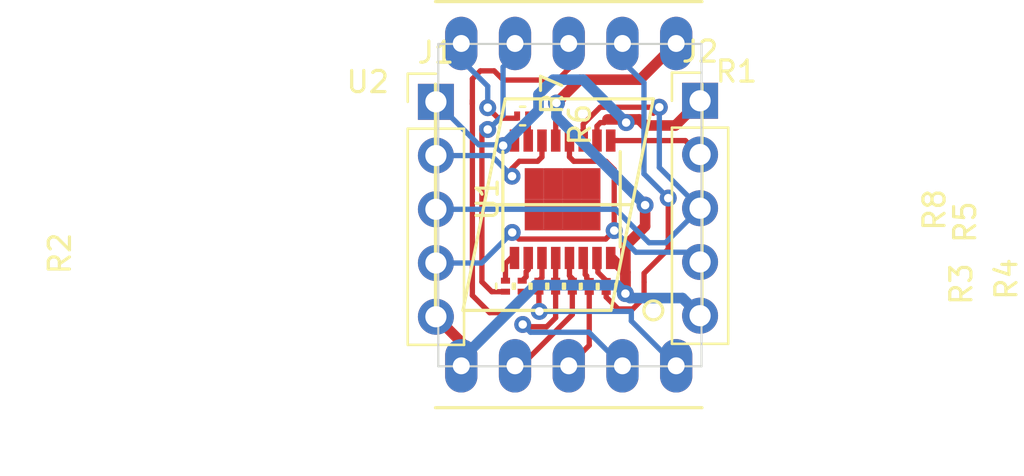
<source format=kicad_pcb>
(kicad_pcb (version 20171130) (host pcbnew "(5.1.7)-1")

  (general
    (thickness 1.6)
    (drawings 4)
    (tracks 176)
    (zones 0)
    (modules 12)
    (nets 23)
  )

  (page A4)
  (layers
    (0 F.Cu signal)
    (31 B.Cu signal)
    (32 B.Adhes user)
    (33 F.Adhes user)
    (34 B.Paste user)
    (35 F.Paste user)
    (36 B.SilkS user)
    (37 F.SilkS user)
    (38 B.Mask user)
    (39 F.Mask user)
    (40 Dwgs.User user)
    (41 Cmts.User user)
    (42 Eco1.User user)
    (43 Eco2.User user)
    (44 Edge.Cuts user)
    (45 Margin user)
    (46 B.CrtYd user)
    (47 F.CrtYd user)
    (48 B.Fab user)
    (49 F.Fab user)
  )

  (setup
    (last_trace_width 0.5)
    (user_trace_width 0.5)
    (trace_clearance 0.2)
    (zone_clearance 0.508)
    (zone_45_only no)
    (trace_min 0.2)
    (via_size 0.8)
    (via_drill 0.4)
    (via_min_size 0.4)
    (via_min_drill 0.3)
    (uvia_size 0.3)
    (uvia_drill 0.1)
    (uvias_allowed no)
    (uvia_min_size 0.2)
    (uvia_min_drill 0.1)
    (edge_width 0.05)
    (segment_width 0.2)
    (pcb_text_width 0.3)
    (pcb_text_size 1.5 1.5)
    (mod_edge_width 0.12)
    (mod_text_size 1 1)
    (mod_text_width 0.15)
    (pad_size 1.524 1.524)
    (pad_drill 0.762)
    (pad_to_mask_clearance 0)
    (aux_axis_origin 0 0)
    (visible_elements 7FFFFFFF)
    (pcbplotparams
      (layerselection 0x010fc_ffffffff)
      (usegerberextensions false)
      (usegerberattributes true)
      (usegerberadvancedattributes true)
      (creategerberjobfile true)
      (excludeedgelayer true)
      (linewidth 0.100000)
      (plotframeref false)
      (viasonmask false)
      (mode 1)
      (useauxorigin false)
      (hpglpennumber 1)
      (hpglpenspeed 20)
      (hpglpendiameter 15.000000)
      (psnegative false)
      (psa4output false)
      (plotreference true)
      (plotvalue true)
      (plotinvisibletext false)
      (padsonsilk false)
      (subtractmaskfromsilk false)
      (outputformat 1)
      (mirror false)
      (drillshape 1)
      (scaleselection 1)
      (outputdirectory ""))
  )

  (net 0 "")
  (net 1 GND)
  (net 2 "Net-(J1-Pad4)")
  (net 3 "Net-(J1-Pad3)")
  (net 4 "Net-(J1-Pad2)")
  (net 5 VCC)
  (net 6 "Net-(J2-Pad2)")
  (net 7 "Net-(R1-Pad1)")
  (net 8 "Net-(R1-Pad2)")
  (net 9 "Net-(R2-Pad1)")
  (net 10 "Net-(R2-Pad2)")
  (net 11 "Net-(R3-Pad1)")
  (net 12 "Net-(R3-Pad2)")
  (net 13 "Net-(R4-Pad1)")
  (net 14 "Net-(R4-Pad2)")
  (net 15 "Net-(R5-Pad1)")
  (net 16 "Net-(R5-Pad2)")
  (net 17 "Net-(R6-Pad1)")
  (net 18 "Net-(R6-Pad2)")
  (net 19 "Net-(R7-Pad1)")
  (net 20 "Net-(R7-Pad2)")
  (net 21 "Net-(R8-Pad1)")
  (net 22 "Net-(R8-Pad2)")

  (net_class Default "This is the default net class."
    (clearance 0.2)
    (trace_width 0.25)
    (via_dia 0.8)
    (via_drill 0.4)
    (uvia_dia 0.3)
    (uvia_drill 0.1)
    (add_net GND)
    (add_net "Net-(J1-Pad2)")
    (add_net "Net-(J1-Pad3)")
    (add_net "Net-(J1-Pad4)")
    (add_net "Net-(J2-Pad2)")
    (add_net "Net-(R1-Pad1)")
    (add_net "Net-(R1-Pad2)")
    (add_net "Net-(R2-Pad1)")
    (add_net "Net-(R2-Pad2)")
    (add_net "Net-(R3-Pad1)")
    (add_net "Net-(R3-Pad2)")
    (add_net "Net-(R4-Pad1)")
    (add_net "Net-(R4-Pad2)")
    (add_net "Net-(R5-Pad1)")
    (add_net "Net-(R5-Pad2)")
    (add_net "Net-(R6-Pad1)")
    (add_net "Net-(R6-Pad2)")
    (add_net "Net-(R7-Pad1)")
    (add_net "Net-(R7-Pad2)")
    (add_net "Net-(R8-Pad1)")
    (add_net "Net-(R8-Pad2)")
    (add_net VCC)
  )

  (module Displays_7-Segment:7SegmentLED_LTS6760_LTS6780 (layer F.Cu) (tedit 0) (tstamp 60160932)
    (at 97.1 55.35)
    (path /6016E979)
    (fp_text reference U2 (at -9.5 -5.8) (layer F.SilkS)
      (effects (font (size 1 1) (thickness 0.15)))
    )
    (fp_text value HDSP-7401 (at -0.4 12) (layer F.Fab)
      (effects (font (size 1 1) (thickness 0.15)))
    )
    (fp_line (start -6.3 -9.6) (end 6.3 -9.6) (layer F.SilkS) (width 0.15))
    (fp_line (start 6.3 -5.7) (end 6.3 5.7) (layer F.SilkS) (width 0.15))
    (fp_line (start -6.3 -5.7) (end -6.3 5.7) (layer F.SilkS) (width 0.15))
    (fp_line (start 6.3 9.6) (end -6.3 9.6) (layer F.SilkS) (width 0.15))
    (fp_line (start -3 -5) (end 4 -5) (layer F.SilkS) (width 0.15))
    (fp_line (start 3 0) (end -4 0) (layer F.SilkS) (width 0.15))
    (fp_line (start 4 -5) (end 3 0) (layer F.SilkS) (width 0.15))
    (fp_line (start 2 5) (end 3 0) (layer F.SilkS) (width 0.15))
    (fp_line (start -5 5) (end 2 5) (layer F.SilkS) (width 0.15))
    (fp_line (start -4 0) (end -5 5) (layer F.SilkS) (width 0.15))
    (fp_line (start -3 -5) (end -4 0) (layer F.SilkS) (width 0.15))
    (fp_circle (center 4 5) (end 4.4 5.2) (layer F.SilkS) (width 0.15))
    (pad 1 thru_hole oval (at -5.08 7.62) (size 1.524 2.524) (drill 0.8) (layers *.Cu *.Mask)
      (net 1 GND))
    (pad 2 thru_hole oval (at -2.54 7.62) (size 1.524 2.524) (drill 0.8) (layers *.Cu *.Mask)
      (net 17 "Net-(R6-Pad1)"))
    (pad 3 thru_hole oval (at 0 7.62) (size 1.524 2.524) (drill 0.8) (layers *.Cu *.Mask)
      (net 19 "Net-(R7-Pad1)"))
    (pad 4 thru_hole oval (at 2.54 7.62) (size 1.524 2.524) (drill 0.8) (layers *.Cu *.Mask)
      (net 15 "Net-(R5-Pad1)"))
    (pad 5 thru_hole oval (at 5.08 7.62) (size 1.524 2.524) (drill 0.8) (layers *.Cu *.Mask)
      (net 13 "Net-(R4-Pad1)"))
    (pad 6 thru_hole oval (at 5.08 -7.62) (size 1.524 2.524) (drill 0.8) (layers *.Cu *.Mask)
      (net 1 GND))
    (pad 7 thru_hole oval (at 2.54 -7.62) (size 1.524 2.524) (drill 0.8) (layers *.Cu *.Mask)
      (net 21 "Net-(R8-Pad1)"))
    (pad 8 thru_hole oval (at 0 -7.62) (size 1.524 2.524) (drill 0.8) (layers *.Cu *.Mask)
      (net 11 "Net-(R3-Pad1)"))
    (pad 9 thru_hole oval (at -2.54 -7.62) (size 1.524 2.524) (drill 0.8) (layers *.Cu *.Mask)
      (net 9 "Net-(R2-Pad1)"))
    (pad 10 thru_hole oval (at -5.08 -7.62) (size 1.524 2.524) (drill 0.8) (layers *.Cu *.Mask)
      (net 7 "Net-(R1-Pad1)"))
    (model Displays_7-Segment.3dshapes/7SegmentLED_LTS6760_LTS6780.wrl
      (at (xyz 0 0 0))
      (scale (xyz 0.3937 0.3937 0.3937))
      (rotate (xyz 0 0 0))
    )
  )

  (module Housings_SSOP:TSSOP-16-1EP_4.4x5mm_Pitch0.65mm (layer F.Cu) (tedit 54130A77) (tstamp 6016027D)
    (at 96.81 55.096 90)
    (descr "FE Package; 16-Lead Plastic TSSOP (4.4mm); Exposed Pad Variation BB; (see Linear Technology 1956f.pdf)")
    (tags "SSOP 0.65")
    (path /601492BF)
    (attr smd)
    (fp_text reference U1 (at 0 -3.55 90) (layer F.SilkS)
      (effects (font (size 1 1) (thickness 0.15)))
    )
    (fp_text value 74HC595 (at 0 3.55 90) (layer F.Fab)
      (effects (font (size 1 1) (thickness 0.15)))
    )
    (fp_line (start -3.375 -2.825) (end 2.25 -2.825) (layer F.SilkS) (width 0.15))
    (fp_line (start -2.25 2.725) (end 2.25 2.725) (layer F.SilkS) (width 0.15))
    (fp_line (start -3.5 2.8) (end 3.5 2.8) (layer F.CrtYd) (width 0.05))
    (fp_line (start -3.5 -2.9) (end 3.5 -2.9) (layer F.CrtYd) (width 0.05))
    (fp_line (start 3.5 -2.9) (end 3.5 2.8) (layer F.CrtYd) (width 0.05))
    (fp_line (start -3.5 -2.9) (end -3.5 2.8) (layer F.CrtYd) (width 0.05))
    (fp_line (start -2.2 -1.5) (end -1.2 -2.5) (layer F.Fab) (width 0.15))
    (fp_line (start -2.2 2.5) (end -2.2 -1.5) (layer F.Fab) (width 0.15))
    (fp_line (start 2.2 2.5) (end -2.2 2.5) (layer F.Fab) (width 0.15))
    (fp_line (start 2.2 -2.5) (end 2.2 2.5) (layer F.Fab) (width 0.15))
    (fp_line (start -1.2 -2.5) (end 2.2 -2.5) (layer F.Fab) (width 0.15))
    (fp_text user %R (at 0 0 90) (layer F.Fab)
      (effects (font (size 0.8 0.8) (thickness 0.15)))
    )
    (pad 1 smd rect (at -2.775 -2.275 90) (size 1.05 0.45) (layers F.Cu F.Paste F.Mask)
      (net 10 "Net-(R2-Pad2)"))
    (pad 2 smd rect (at -2.775 -1.625 90) (size 1.05 0.45) (layers F.Cu F.Paste F.Mask)
      (net 12 "Net-(R3-Pad2)"))
    (pad 3 smd rect (at -2.775 -0.975 90) (size 1.05 0.45) (layers F.Cu F.Paste F.Mask)
      (net 14 "Net-(R4-Pad2)"))
    (pad 4 smd rect (at -2.775 -0.325 90) (size 1.05 0.45) (layers F.Cu F.Paste F.Mask)
      (net 16 "Net-(R5-Pad2)"))
    (pad 5 smd rect (at -2.775 0.325 90) (size 1.05 0.45) (layers F.Cu F.Paste F.Mask)
      (net 18 "Net-(R6-Pad2)"))
    (pad 6 smd rect (at -2.775 0.975 90) (size 1.05 0.45) (layers F.Cu F.Paste F.Mask)
      (net 20 "Net-(R7-Pad2)"))
    (pad 7 smd rect (at -2.775 1.625 90) (size 1.05 0.45) (layers F.Cu F.Paste F.Mask)
      (net 22 "Net-(R8-Pad2)"))
    (pad 8 smd rect (at -2.775 2.275 90) (size 1.05 0.45) (layers F.Cu F.Paste F.Mask)
      (net 1 GND))
    (pad 9 smd rect (at 2.775 2.275 90) (size 1.05 0.45) (layers F.Cu F.Paste F.Mask)
      (net 6 "Net-(J2-Pad2)"))
    (pad 10 smd rect (at 2.775 1.625 90) (size 1.05 0.45) (layers F.Cu F.Paste F.Mask)
      (net 5 VCC))
    (pad 11 smd rect (at 2.775 0.975 90) (size 1.05 0.45) (layers F.Cu F.Paste F.Mask)
      (net 3 "Net-(J1-Pad3)"))
    (pad 12 smd rect (at 2.775 0.325 90) (size 1.05 0.45) (layers F.Cu F.Paste F.Mask)
      (net 2 "Net-(J1-Pad4)"))
    (pad 13 smd rect (at 2.775 -0.325 90) (size 1.05 0.45) (layers F.Cu F.Paste F.Mask)
      (net 1 GND))
    (pad 14 smd rect (at 2.775 -0.975 90) (size 1.05 0.45) (layers F.Cu F.Paste F.Mask)
      (net 4 "Net-(J1-Pad2)"))
    (pad 15 smd rect (at 2.775 -1.625 90) (size 1.05 0.45) (layers F.Cu F.Paste F.Mask)
      (net 8 "Net-(R1-Pad2)"))
    (pad 16 smd rect (at 2.775 -2.275 90) (size 1.05 0.45) (layers F.Cu F.Paste F.Mask)
      (net 5 VCC))
    (pad 17 smd rect (at 0.735 1.3425 90) (size 1.47 0.895) (layers F.Cu F.Paste F.Mask)
      (solder_paste_margin_ratio -0.2))
    (pad 17 smd rect (at 0.735 0.4475 90) (size 1.47 0.895) (layers F.Cu F.Paste F.Mask)
      (solder_paste_margin_ratio -0.2))
    (pad 17 smd rect (at 0.735 -0.4475 90) (size 1.47 0.895) (layers F.Cu F.Paste F.Mask)
      (solder_paste_margin_ratio -0.2))
    (pad 17 smd rect (at 0.735 -1.3425 90) (size 1.47 0.895) (layers F.Cu F.Paste F.Mask)
      (solder_paste_margin_ratio -0.2))
    (pad 17 smd rect (at -0.735 1.3425 90) (size 1.47 0.895) (layers F.Cu F.Paste F.Mask)
      (solder_paste_margin_ratio -0.2))
    (pad 17 smd rect (at -0.735 0.4475 90) (size 1.47 0.895) (layers F.Cu F.Paste F.Mask)
      (solder_paste_margin_ratio -0.2))
    (pad 17 smd rect (at -0.735 -0.4475 90) (size 1.47 0.895) (layers F.Cu F.Paste F.Mask)
      (solder_paste_margin_ratio -0.2))
    (pad 17 smd rect (at -0.735 -1.3425 90) (size 1.47 0.895) (layers F.Cu F.Paste F.Mask)
      (solder_paste_margin_ratio -0.2))
    (model ${KISYS3DMOD}/Housings_SSOP.3dshapes/TSSOP-16-1EP_4.4x5mm_Pitch0.65mm.wrl
      (at (xyz 0 0 0))
      (scale (xyz 1 1 1))
      (rotate (xyz 0 0 0))
    )
  )

  (module Resistors_SMD:R_0201 (layer F.Cu) (tedit 58E0A804) (tstamp 6016027A)
    (at 98.87 59.216 90)
    (descr "Resistor SMD 0201, reflow soldering, Vishay (see crcw0201e3.pdf)")
    (tags "resistor 0201")
    (path /60152D78)
    (attr smd)
    (fp_text reference R8 (at 3.62 15.52 90) (layer F.SilkS)
      (effects (font (size 1 1) (thickness 0.15)))
    )
    (fp_text value R (at 3.8 17.55 90) (layer F.Fab)
      (effects (font (size 1 1) (thickness 0.15)))
    )
    (fp_line (start 0.55 0.36) (end -0.55 0.36) (layer F.CrtYd) (width 0.05))
    (fp_line (start 0.55 0.36) (end 0.55 -0.37) (layer F.CrtYd) (width 0.05))
    (fp_line (start -0.55 -0.37) (end -0.55 0.36) (layer F.CrtYd) (width 0.05))
    (fp_line (start -0.55 -0.37) (end 0.55 -0.37) (layer F.CrtYd) (width 0.05))
    (fp_line (start -0.12 0.44) (end 0.12 0.44) (layer F.SilkS) (width 0.12))
    (fp_line (start 0.12 -0.44) (end -0.12 -0.44) (layer F.SilkS) (width 0.12))
    (fp_line (start -0.3 -0.15) (end 0.3 -0.15) (layer F.Fab) (width 0.1))
    (fp_line (start 0.3 -0.15) (end 0.3 0.15) (layer F.Fab) (width 0.1))
    (fp_line (start 0.3 0.15) (end -0.3 0.15) (layer F.Fab) (width 0.1))
    (fp_line (start -0.3 0.15) (end -0.3 -0.15) (layer F.Fab) (width 0.1))
    (pad 1 smd rect (at -0.26 0 90) (size 0.28 0.43) (layers F.Cu F.Paste F.Mask)
      (net 21 "Net-(R8-Pad1)"))
    (pad 2 smd rect (at 0.26 0 90) (size 0.28 0.43) (layers F.Cu F.Paste F.Mask)
      (net 22 "Net-(R8-Pad2)"))
    (model ${KISYS3DMOD}/Resistors_SMD.3dshapes/R_0201.wrl
      (at (xyz 0 0 0))
      (scale (xyz 1 1 1))
      (rotate (xyz 0 0 0))
    )
  )

  (module Resistors_SMD:R_0201 (layer F.Cu) (tedit 58E0A804) (tstamp 60160277)
    (at 98.07 59.216 90)
    (descr "Resistor SMD 0201, reflow soldering, Vishay (see crcw0201e3.pdf)")
    (tags "resistor 0201")
    (path /60152C36)
    (attr smd)
    (fp_text reference R7 (at 9.1 -1.76 90) (layer F.SilkS)
      (effects (font (size 1 1) (thickness 0.15)))
    )
    (fp_text value R (at 9.37 0.13 90) (layer F.Fab)
      (effects (font (size 1 1) (thickness 0.15)))
    )
    (fp_line (start 0.55 0.36) (end -0.55 0.36) (layer F.CrtYd) (width 0.05))
    (fp_line (start 0.55 0.36) (end 0.55 -0.37) (layer F.CrtYd) (width 0.05))
    (fp_line (start -0.55 -0.37) (end -0.55 0.36) (layer F.CrtYd) (width 0.05))
    (fp_line (start -0.55 -0.37) (end 0.55 -0.37) (layer F.CrtYd) (width 0.05))
    (fp_line (start -0.12 0.44) (end 0.12 0.44) (layer F.SilkS) (width 0.12))
    (fp_line (start 0.12 -0.44) (end -0.12 -0.44) (layer F.SilkS) (width 0.12))
    (fp_line (start -0.3 -0.15) (end 0.3 -0.15) (layer F.Fab) (width 0.1))
    (fp_line (start 0.3 -0.15) (end 0.3 0.15) (layer F.Fab) (width 0.1))
    (fp_line (start 0.3 0.15) (end -0.3 0.15) (layer F.Fab) (width 0.1))
    (fp_line (start -0.3 0.15) (end -0.3 -0.15) (layer F.Fab) (width 0.1))
    (pad 1 smd rect (at -0.26 0 90) (size 0.28 0.43) (layers F.Cu F.Paste F.Mask)
      (net 19 "Net-(R7-Pad1)"))
    (pad 2 smd rect (at 0.26 0 90) (size 0.28 0.43) (layers F.Cu F.Paste F.Mask)
      (net 20 "Net-(R7-Pad2)"))
    (model ${KISYS3DMOD}/Resistors_SMD.3dshapes/R_0201.wrl
      (at (xyz 0 0 0))
      (scale (xyz 1 1 1))
      (rotate (xyz 0 0 0))
    )
  )

  (module Resistors_SMD:R_0201 (layer F.Cu) (tedit 58E0A804) (tstamp 60160274)
    (at 97.27 59.206 90)
    (descr "Resistor SMD 0201, reflow soldering, Vishay (see crcw0201e3.pdf)")
    (tags "resistor 0201")
    (path /60152925)
    (attr smd)
    (fp_text reference R6 (at 7.64 0.355 90) (layer F.SilkS)
      (effects (font (size 1 1) (thickness 0.15)))
    )
    (fp_text value R (at 5.57 4.405 90) (layer F.Fab)
      (effects (font (size 1 1) (thickness 0.15)))
    )
    (fp_line (start 0.55 0.36) (end -0.55 0.36) (layer F.CrtYd) (width 0.05))
    (fp_line (start 0.55 0.36) (end 0.55 -0.37) (layer F.CrtYd) (width 0.05))
    (fp_line (start -0.55 -0.37) (end -0.55 0.36) (layer F.CrtYd) (width 0.05))
    (fp_line (start -0.55 -0.37) (end 0.55 -0.37) (layer F.CrtYd) (width 0.05))
    (fp_line (start -0.12 0.44) (end 0.12 0.44) (layer F.SilkS) (width 0.12))
    (fp_line (start 0.12 -0.44) (end -0.12 -0.44) (layer F.SilkS) (width 0.12))
    (fp_line (start -0.3 -0.15) (end 0.3 -0.15) (layer F.Fab) (width 0.1))
    (fp_line (start 0.3 -0.15) (end 0.3 0.15) (layer F.Fab) (width 0.1))
    (fp_line (start 0.3 0.15) (end -0.3 0.15) (layer F.Fab) (width 0.1))
    (fp_line (start -0.3 0.15) (end -0.3 -0.15) (layer F.Fab) (width 0.1))
    (pad 1 smd rect (at -0.26 0 90) (size 0.28 0.43) (layers F.Cu F.Paste F.Mask)
      (net 17 "Net-(R6-Pad1)"))
    (pad 2 smd rect (at 0.26 0 90) (size 0.28 0.43) (layers F.Cu F.Paste F.Mask)
      (net 18 "Net-(R6-Pad2)"))
    (model ${KISYS3DMOD}/Resistors_SMD.3dshapes/R_0201.wrl
      (at (xyz 0 0 0))
      (scale (xyz 1 1 1))
      (rotate (xyz 0 0 0))
    )
  )

  (module Resistors_SMD:R_0201 (layer F.Cu) (tedit 58E0A804) (tstamp 60160271)
    (at 96.48 59.206 90)
    (descr "Resistor SMD 0201, reflow soldering, Vishay (see crcw0201e3.pdf)")
    (tags "resistor 0201")
    (path /6015278F)
    (attr smd)
    (fp_text reference R5 (at 3.03 19.36 90) (layer F.SilkS)
      (effects (font (size 1 1) (thickness 0.15)))
    )
    (fp_text value R (at 1.33 16.9 90) (layer F.Fab)
      (effects (font (size 1 1) (thickness 0.15)))
    )
    (fp_line (start 0.55 0.36) (end -0.55 0.36) (layer F.CrtYd) (width 0.05))
    (fp_line (start 0.55 0.36) (end 0.55 -0.37) (layer F.CrtYd) (width 0.05))
    (fp_line (start -0.55 -0.37) (end -0.55 0.36) (layer F.CrtYd) (width 0.05))
    (fp_line (start -0.55 -0.37) (end 0.55 -0.37) (layer F.CrtYd) (width 0.05))
    (fp_line (start -0.12 0.44) (end 0.12 0.44) (layer F.SilkS) (width 0.12))
    (fp_line (start 0.12 -0.44) (end -0.12 -0.44) (layer F.SilkS) (width 0.12))
    (fp_line (start -0.3 -0.15) (end 0.3 -0.15) (layer F.Fab) (width 0.1))
    (fp_line (start 0.3 -0.15) (end 0.3 0.15) (layer F.Fab) (width 0.1))
    (fp_line (start 0.3 0.15) (end -0.3 0.15) (layer F.Fab) (width 0.1))
    (fp_line (start -0.3 0.15) (end -0.3 -0.15) (layer F.Fab) (width 0.1))
    (pad 1 smd rect (at -0.26 0 90) (size 0.28 0.43) (layers F.Cu F.Paste F.Mask)
      (net 15 "Net-(R5-Pad1)"))
    (pad 2 smd rect (at 0.26 0 90) (size 0.28 0.43) (layers F.Cu F.Paste F.Mask)
      (net 16 "Net-(R5-Pad2)"))
    (model ${KISYS3DMOD}/Resistors_SMD.3dshapes/R_0201.wrl
      (at (xyz 0 0 0))
      (scale (xyz 1 1 1))
      (rotate (xyz 0 0 0))
    )
  )

  (module Resistors_SMD:R_0201 (layer F.Cu) (tedit 58E0A804) (tstamp 6016026E)
    (at 95.69 59.206 90)
    (descr "Resistor SMD 0201, reflow soldering, Vishay (see crcw0201e3.pdf)")
    (tags "resistor 0201")
    (path /60152432)
    (attr smd)
    (fp_text reference R4 (at 0.34 22.1 90) (layer F.SilkS)
      (effects (font (size 1 1) (thickness 0.15)))
    )
    (fp_text value R (at 2.59 19 90) (layer F.Fab)
      (effects (font (size 1 1) (thickness 0.15)))
    )
    (fp_line (start 0.55 0.36) (end -0.55 0.36) (layer F.CrtYd) (width 0.05))
    (fp_line (start 0.55 0.36) (end 0.55 -0.37) (layer F.CrtYd) (width 0.05))
    (fp_line (start -0.55 -0.37) (end -0.55 0.36) (layer F.CrtYd) (width 0.05))
    (fp_line (start -0.55 -0.37) (end 0.55 -0.37) (layer F.CrtYd) (width 0.05))
    (fp_line (start -0.12 0.44) (end 0.12 0.44) (layer F.SilkS) (width 0.12))
    (fp_line (start 0.12 -0.44) (end -0.12 -0.44) (layer F.SilkS) (width 0.12))
    (fp_line (start -0.3 -0.15) (end 0.3 -0.15) (layer F.Fab) (width 0.1))
    (fp_line (start 0.3 -0.15) (end 0.3 0.15) (layer F.Fab) (width 0.1))
    (fp_line (start 0.3 0.15) (end -0.3 0.15) (layer F.Fab) (width 0.1))
    (fp_line (start -0.3 0.15) (end -0.3 -0.15) (layer F.Fab) (width 0.1))
    (fp_text user %R (at -6.2 17.73 90) (layer F.Fab)
      (effects (font (size 1 1) (thickness 0.15)))
    )
    (pad 1 smd rect (at -0.26 0 90) (size 0.28 0.43) (layers F.Cu F.Paste F.Mask)
      (net 13 "Net-(R4-Pad1)"))
    (pad 2 smd rect (at 0.26 0 90) (size 0.28 0.43) (layers F.Cu F.Paste F.Mask)
      (net 14 "Net-(R4-Pad2)"))
    (model ${KISYS3DMOD}/Resistors_SMD.3dshapes/R_0201.wrl
      (at (xyz 0 0 0))
      (scale (xyz 1 1 1))
      (rotate (xyz 0 0 0))
    )
  )

  (module Resistors_SMD:R_0201 (layer F.Cu) (tedit 58E0A804) (tstamp 6016026B)
    (at 94.9 59.206 90)
    (descr "Resistor SMD 0201, reflow soldering, Vishay (see crcw0201e3.pdf)")
    (tags "resistor 0201")
    (path /601522AC)
    (attr smd)
    (fp_text reference R3 (at 0.1 20.76 90) (layer F.SilkS)
      (effects (font (size 1 1) (thickness 0.15)))
    )
    (fp_text value R (at 1.95 22.52 90) (layer F.Fab)
      (effects (font (size 1 1) (thickness 0.15)))
    )
    (fp_line (start 0.55 0.36) (end -0.55 0.36) (layer F.CrtYd) (width 0.05))
    (fp_line (start 0.55 0.36) (end 0.55 -0.37) (layer F.CrtYd) (width 0.05))
    (fp_line (start -0.55 -0.37) (end -0.55 0.36) (layer F.CrtYd) (width 0.05))
    (fp_line (start -0.55 -0.37) (end 0.55 -0.37) (layer F.CrtYd) (width 0.05))
    (fp_line (start -0.12 0.44) (end 0.12 0.44) (layer F.SilkS) (width 0.12))
    (fp_line (start 0.12 -0.44) (end -0.12 -0.44) (layer F.SilkS) (width 0.12))
    (fp_line (start -0.3 -0.15) (end 0.3 -0.15) (layer F.Fab) (width 0.1))
    (fp_line (start 0.3 -0.15) (end 0.3 0.15) (layer F.Fab) (width 0.1))
    (fp_line (start 0.3 0.15) (end -0.3 0.15) (layer F.Fab) (width 0.1))
    (fp_line (start -0.3 0.15) (end -0.3 -0.15) (layer F.Fab) (width 0.1))
    (pad 1 smd rect (at -0.26 0 90) (size 0.28 0.43) (layers F.Cu F.Paste F.Mask)
      (net 11 "Net-(R3-Pad1)"))
    (pad 2 smd rect (at 0.26 0 90) (size 0.28 0.43) (layers F.Cu F.Paste F.Mask)
      (net 12 "Net-(R3-Pad2)"))
    (model ${KISYS3DMOD}/Resistors_SMD.3dshapes/R_0201.wrl
      (at (xyz 0 0 0))
      (scale (xyz 1 1 1))
      (rotate (xyz 0 0 0))
    )
  )

  (module Resistors_SMD:R_0201 (layer F.Cu) (tedit 58E0A804) (tstamp 60160268)
    (at 94.11 59.206 90)
    (descr "Resistor SMD 0201, reflow soldering, Vishay (see crcw0201e3.pdf)")
    (tags "resistor 0201")
    (path /60152106)
    (attr smd)
    (fp_text reference R2 (at 1.55 -21.07 90) (layer F.SilkS)
      (effects (font (size 1 1) (thickness 0.15)))
    )
    (fp_text value R (at -3 -23.05 90) (layer F.Fab)
      (effects (font (size 1 1) (thickness 0.15)))
    )
    (fp_line (start 0.55 0.36) (end -0.55 0.36) (layer F.CrtYd) (width 0.05))
    (fp_line (start 0.55 0.36) (end 0.55 -0.37) (layer F.CrtYd) (width 0.05))
    (fp_line (start -0.55 -0.37) (end -0.55 0.36) (layer F.CrtYd) (width 0.05))
    (fp_line (start -0.55 -0.37) (end 0.55 -0.37) (layer F.CrtYd) (width 0.05))
    (fp_line (start -0.12 0.44) (end 0.12 0.44) (layer F.SilkS) (width 0.12))
    (fp_line (start 0.12 -0.44) (end -0.12 -0.44) (layer F.SilkS) (width 0.12))
    (fp_line (start -0.3 -0.15) (end 0.3 -0.15) (layer F.Fab) (width 0.1))
    (fp_line (start 0.3 -0.15) (end 0.3 0.15) (layer F.Fab) (width 0.1))
    (fp_line (start 0.3 0.15) (end -0.3 0.15) (layer F.Fab) (width 0.1))
    (fp_line (start -0.3 0.15) (end -0.3 -0.15) (layer F.Fab) (width 0.1))
    (fp_text user %R (at 4.02 -20.93 90) (layer F.Fab)
      (effects (font (size 1 1) (thickness 0.15)))
    )
    (pad 1 smd rect (at -0.26 0 90) (size 0.28 0.43) (layers F.Cu F.Paste F.Mask)
      (net 9 "Net-(R2-Pad1)"))
    (pad 2 smd rect (at 0.26 0 90) (size 0.28 0.43) (layers F.Cu F.Paste F.Mask)
      (net 10 "Net-(R2-Pad2)"))
    (model ${KISYS3DMOD}/Resistors_SMD.3dshapes/R_0201.wrl
      (at (xyz 0 0 0))
      (scale (xyz 1 1 1))
      (rotate (xyz 0 0 0))
    )
  )

  (module Resistors_SMD:R_0201 (layer F.Cu) (tedit 58E0A804) (tstamp 60160265)
    (at 94.92 51.16)
    (descr "Resistor SMD 0201, reflow soldering, Vishay (see crcw0201e3.pdf)")
    (tags "resistor 0201")
    (path /60151C0D)
    (attr smd)
    (fp_text reference R1 (at 10.11 -2.105) (layer F.SilkS)
      (effects (font (size 1 1) (thickness 0.15)))
    )
    (fp_text value R (at 8.94 5.085) (layer F.Fab)
      (effects (font (size 1 1) (thickness 0.15)))
    )
    (fp_line (start 0.55 0.36) (end -0.55 0.36) (layer F.CrtYd) (width 0.05))
    (fp_line (start 0.55 0.36) (end 0.55 -0.37) (layer F.CrtYd) (width 0.05))
    (fp_line (start -0.55 -0.37) (end -0.55 0.36) (layer F.CrtYd) (width 0.05))
    (fp_line (start -0.55 -0.37) (end 0.55 -0.37) (layer F.CrtYd) (width 0.05))
    (fp_line (start -0.12 0.44) (end 0.12 0.44) (layer F.SilkS) (width 0.12))
    (fp_line (start 0.12 -0.44) (end -0.12 -0.44) (layer F.SilkS) (width 0.12))
    (fp_line (start -0.3 -0.15) (end 0.3 -0.15) (layer F.Fab) (width 0.1))
    (fp_line (start 0.3 -0.15) (end 0.3 0.15) (layer F.Fab) (width 0.1))
    (fp_line (start 0.3 0.15) (end -0.3 0.15) (layer F.Fab) (width 0.1))
    (fp_line (start -0.3 0.15) (end -0.3 -0.15) (layer F.Fab) (width 0.1))
    (pad 1 smd rect (at -0.26 0) (size 0.28 0.43) (layers F.Cu F.Paste F.Mask)
      (net 7 "Net-(R1-Pad1)"))
    (pad 2 smd rect (at 0.26 0) (size 0.28 0.43) (layers F.Cu F.Paste F.Mask)
      (net 8 "Net-(R1-Pad2)"))
    (model ${KISYS3DMOD}/Resistors_SMD.3dshapes/R_0201.wrl
      (at (xyz 0 0 0))
      (scale (xyz 1 1 1))
      (rotate (xyz 0 0 0))
    )
  )

  (module Connector_PinHeader_2.54mm:PinHeader_1x05_P2.54mm_Vertical (layer F.Cu) (tedit 59FED5CC) (tstamp 60160262)
    (at 103.31 50.44)
    (descr "Through hole straight pin header, 1x05, 2.54mm pitch, single row")
    (tags "Through hole pin header THT 1x05 2.54mm single row")
    (path /60157539)
    (fp_text reference J2 (at 0 -2.33) (layer F.SilkS)
      (effects (font (size 1 1) (thickness 0.15)))
    )
    (fp_text value Conn_01x05 (at 0 12.49) (layer F.Fab)
      (effects (font (size 1 1) (thickness 0.15)))
    )
    (fp_line (start -0.635 -1.27) (end 1.27 -1.27) (layer F.Fab) (width 0.1))
    (fp_line (start 1.27 -1.27) (end 1.27 11.43) (layer F.Fab) (width 0.1))
    (fp_line (start 1.27 11.43) (end -1.27 11.43) (layer F.Fab) (width 0.1))
    (fp_line (start -1.27 11.43) (end -1.27 -0.635) (layer F.Fab) (width 0.1))
    (fp_line (start -1.27 -0.635) (end -0.635 -1.27) (layer F.Fab) (width 0.1))
    (fp_line (start -1.33 11.49) (end 1.33 11.49) (layer F.SilkS) (width 0.12))
    (fp_line (start -1.33 1.27) (end -1.33 11.49) (layer F.SilkS) (width 0.12))
    (fp_line (start 1.33 1.27) (end 1.33 11.49) (layer F.SilkS) (width 0.12))
    (fp_line (start -1.33 1.27) (end 1.33 1.27) (layer F.SilkS) (width 0.12))
    (fp_line (start -1.33 0) (end -1.33 -1.33) (layer F.SilkS) (width 0.12))
    (fp_line (start -1.33 -1.33) (end 0 -1.33) (layer F.SilkS) (width 0.12))
    (fp_line (start -1.8 -1.8) (end -1.8 11.95) (layer F.CrtYd) (width 0.05))
    (fp_line (start -1.8 11.95) (end 1.8 11.95) (layer F.CrtYd) (width 0.05))
    (fp_line (start 1.8 11.95) (end 1.8 -1.8) (layer F.CrtYd) (width 0.05))
    (fp_line (start 1.8 -1.8) (end -1.8 -1.8) (layer F.CrtYd) (width 0.05))
    (fp_text user %R (at 0 5.08 90) (layer F.Fab)
      (effects (font (size 1 1) (thickness 0.15)))
    )
    (pad 5 thru_hole oval (at 0 10.16) (size 1.7 1.7) (drill 1) (layers *.Cu *.Mask)
      (net 1 GND))
    (pad 4 thru_hole oval (at 0 7.62) (size 1.7 1.7) (drill 1) (layers *.Cu *.Mask)
      (net 2 "Net-(J1-Pad4)"))
    (pad 3 thru_hole oval (at 0 5.08) (size 1.7 1.7) (drill 1) (layers *.Cu *.Mask)
      (net 3 "Net-(J1-Pad3)"))
    (pad 2 thru_hole oval (at 0 2.54) (size 1.7 1.7) (drill 1) (layers *.Cu *.Mask)
      (net 6 "Net-(J2-Pad2)"))
    (pad 1 thru_hole rect (at 0 0) (size 1.7 1.7) (drill 1) (layers *.Cu *.Mask)
      (net 5 VCC))
    (model ${KISYS3DMOD}/Connector_PinHeader_2.54mm.3dshapes/PinHeader_1x05_P2.54mm_Vertical.wrl
      (at (xyz 0 0 0))
      (scale (xyz 1 1 1))
      (rotate (xyz 0 0 0))
    )
  )

  (module Connector_PinHeader_2.54mm:PinHeader_1x05_P2.54mm_Vertical (layer F.Cu) (tedit 59FED5CC) (tstamp 60160249)
    (at 90.82 50.49)
    (descr "Through hole straight pin header, 1x05, 2.54mm pitch, single row")
    (tags "Through hole pin header THT 1x05 2.54mm single row")
    (path /601569E5)
    (fp_text reference J1 (at 0 -2.33) (layer F.SilkS)
      (effects (font (size 1 1) (thickness 0.15)))
    )
    (fp_text value Conn_01x05 (at 0 12.49) (layer F.Fab)
      (effects (font (size 1 1) (thickness 0.15)))
    )
    (fp_line (start -0.635 -1.27) (end 1.27 -1.27) (layer F.Fab) (width 0.1))
    (fp_line (start 1.27 -1.27) (end 1.27 11.43) (layer F.Fab) (width 0.1))
    (fp_line (start 1.27 11.43) (end -1.27 11.43) (layer F.Fab) (width 0.1))
    (fp_line (start -1.27 11.43) (end -1.27 -0.635) (layer F.Fab) (width 0.1))
    (fp_line (start -1.27 -0.635) (end -0.635 -1.27) (layer F.Fab) (width 0.1))
    (fp_line (start -1.33 11.49) (end 1.33 11.49) (layer F.SilkS) (width 0.12))
    (fp_line (start -1.33 1.27) (end -1.33 11.49) (layer F.SilkS) (width 0.12))
    (fp_line (start 1.33 1.27) (end 1.33 11.49) (layer F.SilkS) (width 0.12))
    (fp_line (start -1.33 1.27) (end 1.33 1.27) (layer F.SilkS) (width 0.12))
    (fp_line (start -1.33 0) (end -1.33 -1.33) (layer F.SilkS) (width 0.12))
    (fp_line (start -1.33 -1.33) (end 0 -1.33) (layer F.SilkS) (width 0.12))
    (fp_line (start -1.8 -1.8) (end -1.8 11.95) (layer F.CrtYd) (width 0.05))
    (fp_line (start -1.8 11.95) (end 1.8 11.95) (layer F.CrtYd) (width 0.05))
    (fp_line (start 1.8 11.95) (end 1.8 -1.8) (layer F.CrtYd) (width 0.05))
    (fp_line (start 1.8 -1.8) (end -1.8 -1.8) (layer F.CrtYd) (width 0.05))
    (fp_text user %R (at 0 5.08 90) (layer F.Fab)
      (effects (font (size 1 1) (thickness 0.15)))
    )
    (pad 5 thru_hole oval (at 0 10.16) (size 1.7 1.7) (drill 1) (layers *.Cu *.Mask)
      (net 1 GND))
    (pad 4 thru_hole oval (at 0 7.62) (size 1.7 1.7) (drill 1) (layers *.Cu *.Mask)
      (net 2 "Net-(J1-Pad4)"))
    (pad 3 thru_hole oval (at 0 5.08) (size 1.7 1.7) (drill 1) (layers *.Cu *.Mask)
      (net 3 "Net-(J1-Pad3)"))
    (pad 2 thru_hole oval (at 0 2.54) (size 1.7 1.7) (drill 1) (layers *.Cu *.Mask)
      (net 4 "Net-(J1-Pad2)"))
    (pad 1 thru_hole rect (at 0 0) (size 1.7 1.7) (drill 1) (layers *.Cu *.Mask)
      (net 5 VCC))
    (model ${KISYS3DMOD}/Connector_PinHeader_2.54mm.3dshapes/PinHeader_1x05_P2.54mm_Vertical.wrl
      (at (xyz 0 0 0))
      (scale (xyz 1 1 1))
      (rotate (xyz 0 0 0))
    )
  )

  (gr_line (start 103.378 47.752) (end 103.378 62.992) (layer Edge.Cuts) (width 0.1))
  (gr_line (start 90.932 47.752) (end 103.378 47.752) (layer Edge.Cuts) (width 0.1))
  (gr_line (start 90.932 62.992) (end 90.932 47.752) (layer Edge.Cuts) (width 0.1))
  (gr_line (start 103.378 62.992) (end 90.932 62.992) (layer Edge.Cuts) (width 0.1))

  (segment (start 92.02 61.85) (end 90.82 60.65) (width 0.5) (layer F.Cu) (net 1))
  (segment (start 92.02 62.97) (end 92.02 61.85) (width 0.5) (layer F.Cu) (net 1))
  (via (at 99.78 59.556) (size 0.8) (drill 0.4) (layers F.Cu B.Cu) (net 1))
  (segment (start 99.78 58.540999) (end 99.110001 57.871) (width 0.5) (layer F.Cu) (net 1))
  (segment (start 99.78 59.556) (end 99.78 58.540999) (width 0.5) (layer F.Cu) (net 1))
  (segment (start 102.476001 59.766001) (end 103.31 60.6) (width 0.5) (layer B.Cu) (net 1))
  (segment (start 99.990001 59.766001) (end 102.476001 59.766001) (width 0.5) (layer B.Cu) (net 1))
  (segment (start 99.78 59.556) (end 99.990001 59.766001) (width 0.5) (layer B.Cu) (net 1))
  (segment (start 92.02 62.663141) (end 92.02 62.97) (width 0.5) (layer B.Cu) (net 1))
  (segment (start 95.52714 59.156001) (end 92.02 62.663141) (width 0.5) (layer B.Cu) (net 1))
  (segment (start 99.380001 59.156001) (end 95.52714 59.156001) (width 0.5) (layer B.Cu) (net 1))
  (segment (start 99.78 59.556) (end 99.380001 59.156001) (width 0.5) (layer B.Cu) (net 1))
  (via (at 100.711 55.372) (size 0.8) (drill 0.4) (layers F.Cu B.Cu) (net 1))
  (segment (start 100.711 56.373002) (end 100.711 55.372) (width 0.5) (layer F.Cu) (net 1))
  (segment (start 99.78 57.304002) (end 100.711 56.373002) (width 0.5) (layer F.Cu) (net 1))
  (segment (start 99.78 59.556) (end 99.78 57.304002) (width 0.5) (layer F.Cu) (net 1))
  (via (at 96.52 50.546) (size 0.8) (drill 0.4) (layers F.Cu B.Cu) (net 1))
  (segment (start 96.52 51.181) (end 96.52 50.546) (width 0.5) (layer B.Cu) (net 1))
  (segment (start 100.711 55.372) (end 96.52 51.181) (width 0.5) (layer B.Cu) (net 1))
  (segment (start 100.46799 49.44201) (end 102.18 47.73) (width 0.5) (layer F.Cu) (net 1))
  (segment (start 97.62399 49.44201) (end 100.46799 49.44201) (width 0.5) (layer F.Cu) (net 1))
  (segment (start 96.52 50.546) (end 97.62399 49.44201) (width 0.5) (layer F.Cu) (net 1))
  (segment (start 96.485 50.581) (end 96.52 50.546) (width 0.25) (layer F.Cu) (net 1))
  (segment (start 96.485 52.321) (end 96.485 50.581) (width 0.25) (layer F.Cu) (net 1))
  (via (at 99.25 56.576) (size 0.8) (drill 0.4) (layers F.Cu B.Cu) (net 2))
  (segment (start 98.860001 53.300999) (end 99.25 53.690998) (width 0.25) (layer F.Cu) (net 2))
  (segment (start 97.339999 53.300999) (end 98.860001 53.300999) (width 0.25) (layer F.Cu) (net 2))
  (segment (start 97.135 53.096) (end 97.339999 53.300999) (width 0.25) (layer F.Cu) (net 2))
  (segment (start 99.25 53.690998) (end 99.25 56.576) (width 0.25) (layer F.Cu) (net 2))
  (segment (start 97.135 52.321) (end 97.135 53.096) (width 0.25) (layer F.Cu) (net 2))
  (segment (start 102.87 57.62) (end 103.31 58.06) (width 0.25) (layer B.Cu) (net 2))
  (via (at 94.428162 56.664639) (size 0.8) (drill 0.4) (layers F.Cu B.Cu) (net 2))
  (segment (start 94.739522 56.975999) (end 94.428162 56.664639) (width 0.25) (layer F.Cu) (net 2))
  (segment (start 98.850001 56.975999) (end 94.739522 56.975999) (width 0.25) (layer F.Cu) (net 2))
  (segment (start 99.25 56.576) (end 98.850001 56.975999) (width 0.25) (layer F.Cu) (net 2))
  (segment (start 92.982801 58.11) (end 94.428162 56.664639) (width 0.25) (layer B.Cu) (net 2))
  (segment (start 90.82 58.11) (end 92.982801 58.11) (width 0.25) (layer B.Cu) (net 2))
  (segment (start 102.850009 57.600009) (end 103.31 58.06) (width 0.25) (layer B.Cu) (net 2))
  (segment (start 100.274009 57.600009) (end 102.850009 57.600009) (width 0.25) (layer B.Cu) (net 2))
  (segment (start 99.25 56.576) (end 100.274009 57.600009) (width 0.25) (layer B.Cu) (net 2))
  (segment (start 103.31 55.52) (end 103.31 55.45) (width 0.25) (layer B.Cu) (net 3))
  (via (at 101.382513 50.745569) (size 0.8) (drill 0.4) (layers F.Cu B.Cu) (net 3))
  (segment (start 101.095062 51.03302) (end 101.382513 50.745569) (width 0.25) (layer F.Cu) (net 3))
  (segment (start 101.382513 53.592513) (end 103.31 55.52) (width 0.25) (layer B.Cu) (net 3))
  (segment (start 101.382513 53.592513) (end 101.382513 50.745569) (width 0.25) (layer B.Cu) (net 3))
  (segment (start 97.785 51.546) (end 97.785 52.321) (width 0.25) (layer F.Cu) (net 3))
  (segment (start 98.585431 50.745569) (end 97.785 51.546) (width 0.25) (layer F.Cu) (net 3))
  (segment (start 101.382513 50.745569) (end 98.585431 50.745569) (width 0.25) (layer F.Cu) (net 3))
  (segment (start 99.317002 55.57) (end 100.897002 57.15) (width 0.25) (layer B.Cu) (net 3))
  (segment (start 90.82 55.57) (end 99.317002 55.57) (width 0.25) (layer B.Cu) (net 3))
  (segment (start 101.68 57.15) (end 103.31 55.52) (width 0.25) (layer B.Cu) (net 3))
  (segment (start 100.897002 57.15) (end 101.68 57.15) (width 0.25) (layer B.Cu) (net 3))
  (segment (start 90.86 52.99) (end 90.82 53.03) (width 0.25) (layer B.Cu) (net 4))
  (segment (start 95.835 52.321) (end 95.835 53.096) (width 0.25) (layer F.Cu) (net 4))
  (segment (start 95.835 53.096) (end 95.630001 53.300999) (width 0.25) (layer F.Cu) (net 4))
  (segment (start 95.630001 53.300999) (end 94.759999 53.300999) (width 0.25) (layer F.Cu) (net 4))
  (segment (start 94.759999 53.300999) (end 94.419998 53.641) (width 0.25) (layer F.Cu) (net 4))
  (segment (start 94.419998 53.641) (end 94.419998 54.006) (width 0.25) (layer F.Cu) (net 4))
  (via (at 94.419998 54.006) (size 0.8) (drill 0.4) (layers F.Cu B.Cu) (net 4))
  (segment (start 93.443998 53.03) (end 94.419998 54.006) (width 0.25) (layer B.Cu) (net 4))
  (segment (start 90.82 53.03) (end 93.443998 53.03) (width 0.25) (layer B.Cu) (net 4))
  (segment (start 90.87 50.44) (end 90.82 50.49) (width 0.25) (layer F.Cu) (net 5))
  (segment (start 103.31 50.44) (end 103.31 50.42) (width 0.25) (layer F.Cu) (net 5))
  (segment (start 103.31 50.44) (end 103.199999 50.329999) (width 0.5) (layer F.Cu) (net 5))
  (segment (start 100.716028 51.608028) (end 100.428579 51.320579) (width 0.5) (layer F.Cu) (net 5))
  (segment (start 102.141972 51.608028) (end 100.716028 51.608028) (width 0.5) (layer F.Cu) (net 5))
  (segment (start 103.31 50.44) (end 102.141972 51.608028) (width 0.5) (layer F.Cu) (net 5))
  (segment (start 100.428579 51.320579) (end 98.933 51.320579) (width 0.5) (layer F.Cu) (net 5))
  (segment (start 98.435 51.635998) (end 98.599999 51.470999) (width 0.25) (layer F.Cu) (net 5))
  (segment (start 98.435 52.321) (end 98.435 51.635998) (width 0.25) (layer F.Cu) (net 5))
  (segment (start 98.78258 51.470999) (end 98.933 51.320579) (width 0.25) (layer F.Cu) (net 5))
  (segment (start 98.599999 51.470999) (end 98.78258 51.470999) (width 0.25) (layer F.Cu) (net 5))
  (via (at 93.998652 52.559348) (size 0.8) (drill 0.4) (layers F.Cu B.Cu) (net 5))
  (segment (start 93.960305 52.521001) (end 93.998652 52.559348) (width 0.25) (layer B.Cu) (net 5))
  (segment (start 92.851001 52.521001) (end 93.960305 52.521001) (width 0.25) (layer B.Cu) (net 5))
  (segment (start 90.82 50.49) (end 92.851001 52.521001) (width 0.25) (layer B.Cu) (net 5))
  (segment (start 94.296652 52.559348) (end 94.535 52.321) (width 0.25) (layer F.Cu) (net 5))
  (segment (start 93.998652 52.559348) (end 94.296652 52.559348) (width 0.25) (layer F.Cu) (net 5))
  (via (at 99.81408 51.470569) (size 0.8) (drill 0.4) (layers F.Cu B.Cu) (net 5))
  (segment (start 97.785521 49.44201) (end 99.81408 51.470569) (width 0.5) (layer B.Cu) (net 5))
  (segment (start 96.365988 49.44201) (end 97.785521 49.44201) (width 0.5) (layer B.Cu) (net 5))
  (segment (start 95.669999 50.137999) (end 96.365988 49.44201) (width 0.5) (layer B.Cu) (net 5))
  (segment (start 95.669999 50.888001) (end 95.669999 50.137999) (width 0.5) (layer B.Cu) (net 5))
  (segment (start 93.998652 52.559348) (end 95.669999 50.888001) (width 0.5) (layer B.Cu) (net 5))
  (segment (start 103.31 52.98) (end 103.272 52.98) (width 0.25) (layer F.Cu) (net 6))
  (segment (start 102.613 52.321) (end 99.085 52.321) (width 0.25) (layer F.Cu) (net 6))
  (segment (start 103.272 52.98) (end 102.613 52.321) (width 0.25) (layer F.Cu) (net 6))
  (segment (start 93.77 51.266) (end 93.27 50.766) (width 0.25) (layer F.Cu) (net 7))
  (via (at 93.27 50.766) (size 0.8) (drill 0.4) (layers F.Cu B.Cu) (net 7))
  (segment (start 94.67 51.266) (end 93.77 51.266) (width 0.25) (layer F.Cu) (net 7))
  (segment (start 92.02 48.5) (end 92.02 47.73) (width 0.25) (layer B.Cu) (net 7))
  (segment (start 93.27 49.75) (end 92.02 48.5) (width 0.25) (layer B.Cu) (net 7))
  (segment (start 93.27 50.766) (end 93.27 49.75) (width 0.25) (layer B.Cu) (net 7))
  (segment (start 95.19 52.316) (end 95.185 52.321) (width 0.25) (layer F.Cu) (net 8))
  (segment (start 95.19 51.266) (end 95.19 52.316) (width 0.25) (layer F.Cu) (net 8))
  (segment (start 93.46 59.466) (end 92.995009 59.001009) (width 0.25) (layer F.Cu) (net 9))
  (segment (start 94.11 59.466) (end 93.46 59.466) (width 0.25) (layer F.Cu) (net 9))
  (via (at 93.269999 51.796) (size 0.8) (drill 0.4) (layers F.Cu B.Cu) (net 9))
  (segment (start 92.995009 59.001009) (end 92.995009 51.666) (width 0.25) (layer F.Cu) (net 9))
  (segment (start 94.56 48.280002) (end 94.56 47.73) (width 0.25) (layer B.Cu) (net 9))
  (segment (start 93.995001 48.845001) (end 94.56 48.280002) (width 0.25) (layer B.Cu) (net 9))
  (segment (start 93.995001 51.114001) (end 93.995001 48.845001) (width 0.25) (layer B.Cu) (net 9))
  (segment (start 93.443002 51.666) (end 93.995001 51.114001) (width 0.25) (layer B.Cu) (net 9))
  (segment (start 92.995009 51.666) (end 93.443002 51.666) (width 0.25) (layer B.Cu) (net 9))
  (segment (start 94.535 57.871) (end 94.535 57.891) (width 0.25) (layer F.Cu) (net 10))
  (segment (start 94.535 57.871) (end 94.375 57.871) (width 0.25) (layer F.Cu) (net 10))
  (segment (start 94.11 58.136) (end 94.11 58.946) (width 0.25) (layer F.Cu) (net 10))
  (segment (start 94.375 57.871) (end 94.11 58.136) (width 0.25) (layer F.Cu) (net 10))
  (segment (start 94.9 59.856) (end 94.9 59.466) (width 0.25) (layer F.Cu) (net 11))
  (segment (start 94.94 59.896) (end 94.9 59.856) (width 0.25) (layer F.Cu) (net 11))
  (segment (start 94.38 60.456) (end 94.94 59.896) (width 0.25) (layer F.Cu) (net 11))
  (segment (start 93.36 60.456) (end 94.38 60.456) (width 0.25) (layer F.Cu) (net 11))
  (segment (start 92.544999 59.640999) (end 93.36 60.456) (width 0.25) (layer F.Cu) (net 11))
  (segment (start 92.921999 49.024999) (end 92.544999 49.401999) (width 0.25) (layer F.Cu) (net 11))
  (segment (start 93.574999 49.024999) (end 92.921999 49.024999) (width 0.25) (layer F.Cu) (net 11))
  (segment (start 94.01 49.46) (end 93.574999 49.024999) (width 0.25) (layer F.Cu) (net 11))
  (segment (start 97.1 48.93) (end 96.57 49.46) (width 0.25) (layer F.Cu) (net 11))
  (segment (start 97.1 47.73) (end 97.1 48.93) (width 0.25) (layer F.Cu) (net 11))
  (segment (start 94.01 49.46) (end 96.57 49.46) (width 0.25) (layer F.Cu) (net 11))
  (segment (start 92.544999 49.401999) (end 92.544999 50.584001) (width 0.25) (layer F.Cu) (net 11))
  (segment (start 92.544999 50.584001) (end 92.544999 59.640999) (width 0.25) (layer F.Cu) (net 11))
  (segment (start 92.544999 50.417999) (end 92.544999 50.584001) (width 0.25) (layer F.Cu) (net 11))
  (segment (start 95.185 58.421) (end 95.085001 58.520999) (width 0.25) (layer F.Cu) (net 12))
  (segment (start 95.185 57.871) (end 95.185 58.421) (width 0.25) (layer F.Cu) (net 12))
  (segment (start 95.085001 58.760999) (end 94.9 58.946) (width 0.25) (layer F.Cu) (net 12))
  (segment (start 95.085001 58.520999) (end 95.085001 58.760999) (width 0.25) (layer F.Cu) (net 12))
  (via (at 95.71 60.396) (size 0.8) (drill 0.4) (layers F.Cu B.Cu) (net 13))
  (segment (start 95.69 60.376) (end 95.71 60.396) (width 0.25) (layer F.Cu) (net 13))
  (segment (start 95.69 59.466) (end 95.69 60.376) (width 0.25) (layer F.Cu) (net 13))
  (segment (start 95.71 60.396) (end 100.06 60.396) (width 0.25) (layer B.Cu) (net 13))
  (segment (start 100.06 60.85) (end 102.18 62.97) (width 0.25) (layer B.Cu) (net 13))
  (segment (start 100.06 60.396) (end 100.06 60.85) (width 0.25) (layer B.Cu) (net 13))
  (segment (start 95.835 58.801) (end 95.835 57.871) (width 0.25) (layer F.Cu) (net 14))
  (segment (start 95.69 58.946) (end 95.835 58.801) (width 0.25) (layer F.Cu) (net 14))
  (via (at 94.925284 61.015859) (size 0.8) (drill 0.4) (layers F.Cu B.Cu) (net 15))
  (segment (start 95.030426 61.121001) (end 94.925284 61.015859) (width 0.25) (layer F.Cu) (net 15))
  (segment (start 96.058001 61.121001) (end 95.030426 61.121001) (width 0.25) (layer F.Cu) (net 15))
  (segment (start 96.48 60.699002) (end 96.058001 61.121001) (width 0.25) (layer F.Cu) (net 15))
  (segment (start 96.48 59.466) (end 96.48 60.699002) (width 0.25) (layer F.Cu) (net 15))
  (segment (start 98.05299 61.38299) (end 99.64 62.97) (width 0.25) (layer B.Cu) (net 15))
  (segment (start 95.292415 61.38299) (end 98.05299 61.38299) (width 0.25) (layer B.Cu) (net 15))
  (segment (start 94.925284 61.015859) (end 95.292415 61.38299) (width 0.25) (layer B.Cu) (net 15))
  (segment (start 96.48 57.876) (end 96.485 57.871) (width 0.25) (layer F.Cu) (net 16))
  (segment (start 96.48 58.946) (end 96.48 57.876) (width 0.25) (layer F.Cu) (net 16))
  (segment (start 94.845412 62.97) (end 94.56 62.97) (width 0.25) (layer F.Cu) (net 17))
  (segment (start 97.27 60.545412) (end 94.845412 62.97) (width 0.25) (layer F.Cu) (net 17))
  (segment (start 97.27 59.466) (end 97.27 60.545412) (width 0.25) (layer F.Cu) (net 17))
  (segment (start 97.27 58.946) (end 97.27 58.846) (width 0.25) (layer F.Cu) (net 18))
  (segment (start 97.135 58.711) (end 97.135 57.871) (width 0.25) (layer F.Cu) (net 18))
  (segment (start 97.27 58.846) (end 97.135 58.711) (width 0.25) (layer F.Cu) (net 18))
  (segment (start 98.07 62) (end 97.1 62.97) (width 0.25) (layer F.Cu) (net 19))
  (segment (start 98.07 59.476) (end 98.07 62) (width 0.25) (layer F.Cu) (net 19))
  (segment (start 97.785 58.041) (end 97.88 58.136) (width 0.25) (layer F.Cu) (net 20))
  (segment (start 97.785 57.871) (end 97.785 58.041) (width 0.25) (layer F.Cu) (net 20))
  (segment (start 97.88 58.651002) (end 97.949999 58.721001) (width 0.25) (layer F.Cu) (net 20))
  (segment (start 97.88 58.136) (end 97.88 58.651002) (width 0.25) (layer F.Cu) (net 20))
  (segment (start 97.949999 58.835999) (end 98.07 58.956) (width 0.25) (layer F.Cu) (net 20))
  (segment (start 97.949999 58.721001) (end 97.949999 58.835999) (width 0.25) (layer F.Cu) (net 20))
  (segment (start 98.87 59.719002) (end 98.87 59.476) (width 0.25) (layer F.Cu) (net 21))
  (segment (start 99.431999 60.281001) (end 98.87 59.719002) (width 0.25) (layer F.Cu) (net 21))
  (segment (start 100.128001 60.281001) (end 99.431999 60.281001) (width 0.25) (layer F.Cu) (net 21))
  (segment (start 100.662347 59.746655) (end 100.128001 60.281001) (width 0.25) (layer F.Cu) (net 21))
  (segment (start 100.662347 59.013653) (end 100.662347 59.746655) (width 0.25) (layer F.Cu) (net 21))
  (segment (start 100.662347 59.013653) (end 100.662347 58.595653) (width 0.25) (layer F.Cu) (net 21))
  (via (at 101.804847 55.040153) (size 0.8) (drill 0.4) (layers F.Cu B.Cu) (net 21))
  (segment (start 101.804847 57.453153) (end 101.804847 55.040153) (width 0.25) (layer F.Cu) (net 21))
  (segment (start 100.662347 58.595653) (end 101.804847 57.453153) (width 0.25) (layer F.Cu) (net 21))
  (segment (start 100.657512 53.892818) (end 100.657512 49.583488) (width 0.25) (layer B.Cu) (net 21))
  (segment (start 101.804847 55.040153) (end 100.657512 53.892818) (width 0.25) (layer B.Cu) (net 21))
  (segment (start 99.64 48.565976) (end 99.64 47.73) (width 0.25) (layer B.Cu) (net 21))
  (segment (start 100.657512 49.583488) (end 99.64 48.565976) (width 0.25) (layer B.Cu) (net 21))
  (segment (start 98.435 58.341) (end 98.48 58.386) (width 0.25) (layer F.Cu) (net 22))
  (segment (start 98.435 57.871) (end 98.435 58.341) (width 0.25) (layer F.Cu) (net 22))
  (segment (start 98.48 58.386) (end 98.48 58.551001) (width 0.25) (layer F.Cu) (net 22))
  (segment (start 98.87 58.941001) (end 98.87 58.956) (width 0.25) (layer F.Cu) (net 22))
  (segment (start 98.48 58.551001) (end 98.87 58.941001) (width 0.25) (layer F.Cu) (net 22))

)

</source>
